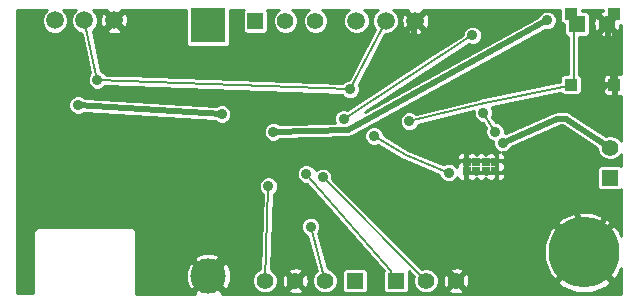
<source format=gbl>
G04 (created by PCBNEW (2013-05-16 BZR 4016)-stable) date 22/07/2013 12:31:48*
%MOIN*%
G04 Gerber Fmt 3.4, Leading zero omitted, Abs format*
%FSLAX34Y34*%
G01*
G70*
G90*
G04 APERTURE LIST*
%ADD10C,0.00590551*%
%ADD11R,0.1181X0.1181*%
%ADD12C,0.1181*%
%ADD13R,0.0551X0.0551*%
%ADD14C,0.0551*%
%ADD15R,0.055X0.055*%
%ADD16C,0.055*%
%ADD17C,0.2362*%
%ADD18R,0.0314961X0.0314961*%
%ADD19R,0.0433X0.0394*%
%ADD20C,0.0591*%
%ADD21C,0.0354331*%
%ADD22C,0.019685*%
%ADD23C,0.00787402*%
%ADD24C,0.00984252*%
G04 APERTURE END LIST*
G54D10*
G54D11*
X51954Y-49746D03*
G54D12*
X51964Y-58110D03*
G54D13*
X56854Y-58267D03*
G54D14*
X55854Y-58267D03*
X54854Y-58267D03*
X53854Y-58267D03*
G54D15*
X58212Y-58267D03*
G54D16*
X59212Y-58267D03*
X60212Y-58267D03*
G54D15*
X53527Y-49606D03*
G54D16*
X54527Y-49606D03*
X55527Y-49606D03*
G54D15*
X64244Y-49711D03*
G54D16*
X65244Y-49711D03*
G54D15*
X65354Y-54830D03*
G54D16*
X65354Y-53830D03*
G54D17*
X64488Y-57322D03*
G54D18*
X61524Y-54617D03*
X61209Y-54617D03*
X60894Y-54617D03*
X60579Y-54617D03*
X61524Y-54302D03*
X61209Y-54302D03*
X60894Y-54302D03*
X60579Y-54302D03*
G54D19*
X64035Y-51732D03*
X65491Y-51732D03*
X65491Y-49370D03*
X64035Y-49370D03*
G54D20*
X47829Y-49589D03*
X57874Y-49606D03*
X48813Y-49589D03*
X58858Y-49606D03*
X56889Y-49606D03*
X46845Y-49589D03*
G54D21*
X54129Y-53303D03*
X63251Y-49586D03*
X47618Y-52409D03*
X52401Y-52712D03*
X58659Y-52953D03*
X56681Y-51889D03*
X48259Y-51574D03*
X55228Y-54704D03*
X55366Y-56460D03*
X53964Y-55114D03*
X55767Y-54822D03*
X58795Y-56295D03*
X57452Y-55236D03*
X45937Y-55671D03*
X46661Y-55000D03*
X52850Y-50748D03*
X54535Y-50704D03*
X58759Y-50437D03*
X59748Y-53771D03*
X58661Y-53771D03*
X53078Y-56590D03*
X64740Y-52263D03*
X63740Y-53224D03*
X45866Y-49606D03*
X45866Y-50984D03*
X45866Y-52559D03*
X45866Y-54133D03*
X49409Y-54133D03*
X49212Y-50984D03*
X50000Y-49409D03*
X50787Y-50393D03*
X50590Y-52165D03*
X50984Y-53937D03*
X50787Y-55314D03*
X50984Y-57086D03*
X54724Y-56102D03*
X54330Y-57480D03*
X53149Y-57480D03*
X56299Y-56889D03*
X56692Y-54724D03*
X55708Y-53937D03*
X56889Y-53740D03*
X51968Y-50984D03*
X57480Y-51574D03*
X60039Y-49409D03*
X63188Y-50787D03*
X64763Y-50787D03*
X65354Y-52559D03*
X62992Y-55905D03*
X65354Y-55905D03*
X60236Y-55511D03*
X60039Y-57086D03*
X59055Y-57480D03*
X55708Y-51377D03*
X61511Y-53295D03*
X61125Y-52673D03*
X57480Y-53440D03*
X59972Y-54665D03*
X61767Y-53661D03*
X60763Y-50086D03*
X56468Y-52874D03*
G54D22*
X56615Y-53228D02*
X63251Y-49586D01*
X54129Y-53303D02*
X56615Y-53228D01*
X47618Y-52409D02*
X52401Y-52712D01*
G54D23*
X64133Y-49946D02*
X64244Y-49711D01*
X64133Y-49986D02*
X64133Y-49946D01*
X64133Y-51535D02*
X64133Y-49986D01*
X64133Y-51574D02*
X64133Y-51535D01*
X64035Y-51732D02*
X64133Y-51574D01*
X63858Y-51810D02*
X64035Y-51732D01*
X63819Y-51810D02*
X63858Y-51810D01*
X63770Y-51810D02*
X63819Y-51810D01*
X61003Y-52377D02*
X63770Y-51810D01*
X58659Y-52953D02*
X61003Y-52377D01*
X48259Y-51574D02*
X47829Y-49589D01*
X48259Y-51574D02*
X56681Y-51889D01*
X56681Y-51889D02*
X57874Y-49606D01*
X58055Y-58032D02*
X58212Y-58267D01*
X58055Y-57992D02*
X58055Y-58032D01*
X58055Y-57943D02*
X58055Y-57992D01*
X55228Y-54704D02*
X58055Y-57943D01*
X55366Y-56460D02*
X55854Y-58267D01*
X53964Y-55114D02*
X53854Y-58267D01*
X55767Y-54822D02*
X59212Y-58267D01*
G54D22*
X65452Y-51633D02*
X65491Y-51732D01*
X65452Y-51535D02*
X65452Y-51633D01*
X65452Y-51461D02*
X65452Y-51535D01*
X65364Y-50723D02*
X65452Y-51461D01*
X64763Y-50787D02*
X65364Y-50723D01*
X64740Y-52263D02*
X65354Y-52559D01*
X65354Y-55905D02*
X64488Y-57322D01*
X62992Y-55905D02*
X64488Y-57322D01*
X60212Y-58267D02*
X58795Y-56295D01*
X65244Y-49711D02*
X65364Y-50723D01*
X64488Y-57322D02*
X63740Y-53224D01*
X65098Y-51855D02*
X64740Y-52263D01*
X65201Y-51752D02*
X65098Y-51855D01*
X65275Y-51752D02*
X65201Y-51752D01*
X65373Y-51752D02*
X65275Y-51752D01*
X65491Y-51732D02*
X65373Y-51752D01*
X65452Y-49567D02*
X65244Y-49711D01*
X65452Y-49468D02*
X65452Y-49567D01*
X65491Y-49370D02*
X65452Y-49468D01*
X53078Y-56590D02*
X51964Y-58110D01*
X59748Y-53771D02*
X58661Y-53771D01*
X58759Y-50437D02*
X58858Y-49606D01*
X52850Y-50748D02*
X54535Y-50704D01*
X45937Y-55671D02*
X46661Y-55000D01*
X58795Y-56295D02*
X57452Y-55236D01*
G54D23*
X61511Y-53295D02*
X61125Y-52673D01*
X58539Y-54067D02*
X59972Y-54665D01*
X57480Y-53440D02*
X58539Y-54067D01*
G54D22*
X63887Y-52869D02*
X65354Y-53830D01*
X63593Y-52869D02*
X63887Y-52869D01*
X61767Y-53661D02*
X63593Y-52869D01*
G54D23*
X56468Y-52874D02*
X60763Y-50086D01*
G54D10*
G36*
X57619Y-49232D02*
X57497Y-49354D01*
X57429Y-49517D01*
X57429Y-49694D01*
X57496Y-49857D01*
X57518Y-49880D01*
X56638Y-51563D01*
X56616Y-51563D01*
X56496Y-51612D01*
X56423Y-51685D01*
X49281Y-51423D01*
X49281Y-49649D01*
X49269Y-49465D01*
X49223Y-49354D01*
X49151Y-49323D01*
X48885Y-49589D01*
X49151Y-49855D01*
X49223Y-49823D01*
X49281Y-49649D01*
X49281Y-51423D01*
X49079Y-51416D01*
X49079Y-49927D01*
X48813Y-49661D01*
X48741Y-49732D01*
X48741Y-49589D01*
X48475Y-49323D01*
X48404Y-49354D01*
X48345Y-49529D01*
X48358Y-49712D01*
X48404Y-49823D01*
X48475Y-49855D01*
X48741Y-49589D01*
X48741Y-49732D01*
X48547Y-49927D01*
X48579Y-49998D01*
X48753Y-50057D01*
X48937Y-50044D01*
X49048Y-49998D01*
X49079Y-49927D01*
X49079Y-51416D01*
X48539Y-51396D01*
X48536Y-51390D01*
X48444Y-51298D01*
X48386Y-51274D01*
X48099Y-49947D01*
X48206Y-49841D01*
X48274Y-49678D01*
X48274Y-49501D01*
X48206Y-49337D01*
X48101Y-49232D01*
X48556Y-49232D01*
X48547Y-49251D01*
X48813Y-49517D01*
X49079Y-49251D01*
X49071Y-49232D01*
X51214Y-49232D01*
X51214Y-50366D01*
X51237Y-50421D01*
X51279Y-50463D01*
X51333Y-50486D01*
X51393Y-50486D01*
X52574Y-50486D01*
X52629Y-50463D01*
X52671Y-50421D01*
X52693Y-50367D01*
X52693Y-50307D01*
X52693Y-49232D01*
X53140Y-49232D01*
X53126Y-49246D01*
X53103Y-49301D01*
X53103Y-49360D01*
X53103Y-49910D01*
X53125Y-49965D01*
X53167Y-50007D01*
X53222Y-50030D01*
X53282Y-50030D01*
X53832Y-50030D01*
X53886Y-50007D01*
X53928Y-49965D01*
X53951Y-49911D01*
X53951Y-49851D01*
X53951Y-49301D01*
X53929Y-49246D01*
X53914Y-49232D01*
X54321Y-49232D01*
X54287Y-49246D01*
X54168Y-49365D01*
X54103Y-49521D01*
X54103Y-49690D01*
X54167Y-49846D01*
X54286Y-49965D01*
X54442Y-50030D01*
X54611Y-50030D01*
X54767Y-49966D01*
X54886Y-49846D01*
X54951Y-49691D01*
X54951Y-49522D01*
X54887Y-49366D01*
X54768Y-49246D01*
X54733Y-49232D01*
X55321Y-49232D01*
X55287Y-49246D01*
X55168Y-49365D01*
X55103Y-49521D01*
X55103Y-49690D01*
X55167Y-49846D01*
X55286Y-49965D01*
X55442Y-50030D01*
X55611Y-50030D01*
X55767Y-49966D01*
X55886Y-49846D01*
X55951Y-49691D01*
X55951Y-49522D01*
X55887Y-49366D01*
X55768Y-49246D01*
X55733Y-49232D01*
X56634Y-49232D01*
X56512Y-49354D01*
X56445Y-49517D01*
X56444Y-49694D01*
X56512Y-49857D01*
X56637Y-49983D01*
X56800Y-50050D01*
X56977Y-50051D01*
X57141Y-49983D01*
X57266Y-49858D01*
X57334Y-49695D01*
X57334Y-49518D01*
X57266Y-49354D01*
X57144Y-49232D01*
X57619Y-49232D01*
X57619Y-49232D01*
G37*
G54D24*
X57619Y-49232D02*
X57497Y-49354D01*
X57429Y-49517D01*
X57429Y-49694D01*
X57496Y-49857D01*
X57518Y-49880D01*
X56638Y-51563D01*
X56616Y-51563D01*
X56496Y-51612D01*
X56423Y-51685D01*
X49281Y-51423D01*
X49281Y-49649D01*
X49269Y-49465D01*
X49223Y-49354D01*
X49151Y-49323D01*
X48885Y-49589D01*
X49151Y-49855D01*
X49223Y-49823D01*
X49281Y-49649D01*
X49281Y-51423D01*
X49079Y-51416D01*
X49079Y-49927D01*
X48813Y-49661D01*
X48741Y-49732D01*
X48741Y-49589D01*
X48475Y-49323D01*
X48404Y-49354D01*
X48345Y-49529D01*
X48358Y-49712D01*
X48404Y-49823D01*
X48475Y-49855D01*
X48741Y-49589D01*
X48741Y-49732D01*
X48547Y-49927D01*
X48579Y-49998D01*
X48753Y-50057D01*
X48937Y-50044D01*
X49048Y-49998D01*
X49079Y-49927D01*
X49079Y-51416D01*
X48539Y-51396D01*
X48536Y-51390D01*
X48444Y-51298D01*
X48386Y-51274D01*
X48099Y-49947D01*
X48206Y-49841D01*
X48274Y-49678D01*
X48274Y-49501D01*
X48206Y-49337D01*
X48101Y-49232D01*
X48556Y-49232D01*
X48547Y-49251D01*
X48813Y-49517D01*
X49079Y-49251D01*
X49071Y-49232D01*
X51214Y-49232D01*
X51214Y-50366D01*
X51237Y-50421D01*
X51279Y-50463D01*
X51333Y-50486D01*
X51393Y-50486D01*
X52574Y-50486D01*
X52629Y-50463D01*
X52671Y-50421D01*
X52693Y-50367D01*
X52693Y-50307D01*
X52693Y-49232D01*
X53140Y-49232D01*
X53126Y-49246D01*
X53103Y-49301D01*
X53103Y-49360D01*
X53103Y-49910D01*
X53125Y-49965D01*
X53167Y-50007D01*
X53222Y-50030D01*
X53282Y-50030D01*
X53832Y-50030D01*
X53886Y-50007D01*
X53928Y-49965D01*
X53951Y-49911D01*
X53951Y-49851D01*
X53951Y-49301D01*
X53929Y-49246D01*
X53914Y-49232D01*
X54321Y-49232D01*
X54287Y-49246D01*
X54168Y-49365D01*
X54103Y-49521D01*
X54103Y-49690D01*
X54167Y-49846D01*
X54286Y-49965D01*
X54442Y-50030D01*
X54611Y-50030D01*
X54767Y-49966D01*
X54886Y-49846D01*
X54951Y-49691D01*
X54951Y-49522D01*
X54887Y-49366D01*
X54768Y-49246D01*
X54733Y-49232D01*
X55321Y-49232D01*
X55287Y-49246D01*
X55168Y-49365D01*
X55103Y-49521D01*
X55103Y-49690D01*
X55167Y-49846D01*
X55286Y-49965D01*
X55442Y-50030D01*
X55611Y-50030D01*
X55767Y-49966D01*
X55886Y-49846D01*
X55951Y-49691D01*
X55951Y-49522D01*
X55887Y-49366D01*
X55768Y-49246D01*
X55733Y-49232D01*
X56634Y-49232D01*
X56512Y-49354D01*
X56445Y-49517D01*
X56444Y-49694D01*
X56512Y-49857D01*
X56637Y-49983D01*
X56800Y-50050D01*
X56977Y-50051D01*
X57141Y-49983D01*
X57266Y-49858D01*
X57334Y-49695D01*
X57334Y-49518D01*
X57266Y-49354D01*
X57144Y-49232D01*
X57619Y-49232D01*
G54D10*
G36*
X65550Y-49420D02*
X65542Y-49420D01*
X65542Y-49428D01*
X65454Y-49428D01*
X65495Y-49388D01*
X65466Y-49318D01*
X65444Y-49311D01*
X65542Y-49311D01*
X65542Y-49319D01*
X65550Y-49319D01*
X65550Y-49420D01*
X65550Y-49420D01*
G37*
G54D24*
X65550Y-49420D02*
X65542Y-49420D01*
X65542Y-49428D01*
X65454Y-49428D01*
X65495Y-49388D01*
X65466Y-49318D01*
X65444Y-49311D01*
X65542Y-49311D01*
X65542Y-49319D01*
X65550Y-49319D01*
X65550Y-49420D01*
G54D10*
G36*
X65728Y-53625D02*
X65714Y-53590D01*
X65594Y-53471D01*
X65495Y-53430D01*
X65495Y-50034D01*
X65244Y-49783D01*
X65172Y-49854D01*
X65172Y-49711D01*
X64921Y-49460D01*
X64851Y-49488D01*
X64796Y-49655D01*
X64809Y-49831D01*
X64851Y-49933D01*
X64921Y-49962D01*
X65172Y-49711D01*
X65172Y-49854D01*
X64993Y-50034D01*
X65022Y-50103D01*
X65189Y-50158D01*
X65364Y-50145D01*
X65466Y-50103D01*
X65495Y-50034D01*
X65495Y-53430D01*
X65440Y-53407D01*
X65440Y-52054D01*
X65440Y-51782D01*
X65440Y-51681D01*
X65440Y-51409D01*
X65399Y-51367D01*
X65308Y-51367D01*
X65241Y-51367D01*
X65180Y-51393D01*
X65133Y-51440D01*
X65107Y-51502D01*
X65107Y-51639D01*
X65149Y-51681D01*
X65440Y-51681D01*
X65440Y-51782D01*
X65149Y-51782D01*
X65107Y-51824D01*
X65107Y-51962D01*
X65133Y-52023D01*
X65180Y-52070D01*
X65241Y-52096D01*
X65308Y-52096D01*
X65399Y-52096D01*
X65440Y-52054D01*
X65440Y-53407D01*
X65439Y-53406D01*
X65270Y-53406D01*
X65202Y-53434D01*
X64022Y-52662D01*
X64001Y-52653D01*
X63981Y-52641D01*
X63956Y-52636D01*
X63932Y-52626D01*
X63909Y-52626D01*
X63887Y-52622D01*
X63593Y-52622D01*
X63498Y-52641D01*
X63492Y-52645D01*
X61866Y-53348D01*
X61838Y-53337D01*
X61838Y-53230D01*
X61788Y-53110D01*
X61696Y-53018D01*
X61577Y-52968D01*
X61531Y-52968D01*
X61426Y-52800D01*
X61452Y-52738D01*
X61452Y-52608D01*
X61402Y-52488D01*
X61402Y-52488D01*
X63696Y-52017D01*
X63734Y-52055D01*
X63789Y-52078D01*
X63848Y-52078D01*
X64281Y-52078D01*
X64336Y-52055D01*
X64378Y-52013D01*
X64401Y-51958D01*
X64401Y-51899D01*
X64401Y-51505D01*
X64378Y-51450D01*
X64336Y-51408D01*
X64322Y-51402D01*
X64322Y-50135D01*
X64548Y-50135D01*
X64603Y-50112D01*
X64645Y-50070D01*
X64668Y-50015D01*
X64668Y-49956D01*
X64668Y-49406D01*
X64645Y-49351D01*
X64604Y-49309D01*
X64549Y-49286D01*
X64489Y-49286D01*
X64401Y-49286D01*
X64401Y-49232D01*
X65107Y-49232D01*
X65107Y-49277D01*
X65111Y-49281D01*
X65022Y-49318D01*
X64993Y-49388D01*
X65107Y-49502D01*
X65107Y-49600D01*
X65133Y-49661D01*
X65180Y-49708D01*
X65241Y-49734D01*
X65308Y-49734D01*
X65339Y-49734D01*
X65567Y-49962D01*
X65636Y-49933D01*
X65691Y-49766D01*
X65689Y-49734D01*
X65728Y-49734D01*
X65728Y-51367D01*
X65675Y-51367D01*
X65584Y-51367D01*
X65542Y-51409D01*
X65542Y-51681D01*
X65550Y-51681D01*
X65550Y-51782D01*
X65542Y-51782D01*
X65542Y-52054D01*
X65584Y-52096D01*
X65675Y-52096D01*
X65728Y-52096D01*
X65728Y-53625D01*
X65728Y-53625D01*
G37*
G54D24*
X65728Y-53625D02*
X65714Y-53590D01*
X65594Y-53471D01*
X65495Y-53430D01*
X65495Y-50034D01*
X65244Y-49783D01*
X65172Y-49854D01*
X65172Y-49711D01*
X64921Y-49460D01*
X64851Y-49488D01*
X64796Y-49655D01*
X64809Y-49831D01*
X64851Y-49933D01*
X64921Y-49962D01*
X65172Y-49711D01*
X65172Y-49854D01*
X64993Y-50034D01*
X65022Y-50103D01*
X65189Y-50158D01*
X65364Y-50145D01*
X65466Y-50103D01*
X65495Y-50034D01*
X65495Y-53430D01*
X65440Y-53407D01*
X65440Y-52054D01*
X65440Y-51782D01*
X65440Y-51681D01*
X65440Y-51409D01*
X65399Y-51367D01*
X65308Y-51367D01*
X65241Y-51367D01*
X65180Y-51393D01*
X65133Y-51440D01*
X65107Y-51502D01*
X65107Y-51639D01*
X65149Y-51681D01*
X65440Y-51681D01*
X65440Y-51782D01*
X65149Y-51782D01*
X65107Y-51824D01*
X65107Y-51962D01*
X65133Y-52023D01*
X65180Y-52070D01*
X65241Y-52096D01*
X65308Y-52096D01*
X65399Y-52096D01*
X65440Y-52054D01*
X65440Y-53407D01*
X65439Y-53406D01*
X65270Y-53406D01*
X65202Y-53434D01*
X64022Y-52662D01*
X64001Y-52653D01*
X63981Y-52641D01*
X63956Y-52636D01*
X63932Y-52626D01*
X63909Y-52626D01*
X63887Y-52622D01*
X63593Y-52622D01*
X63498Y-52641D01*
X63492Y-52645D01*
X61866Y-53348D01*
X61838Y-53337D01*
X61838Y-53230D01*
X61788Y-53110D01*
X61696Y-53018D01*
X61577Y-52968D01*
X61531Y-52968D01*
X61426Y-52800D01*
X61452Y-52738D01*
X61452Y-52608D01*
X61402Y-52488D01*
X61402Y-52488D01*
X63696Y-52017D01*
X63734Y-52055D01*
X63789Y-52078D01*
X63848Y-52078D01*
X64281Y-52078D01*
X64336Y-52055D01*
X64378Y-52013D01*
X64401Y-51958D01*
X64401Y-51899D01*
X64401Y-51505D01*
X64378Y-51450D01*
X64336Y-51408D01*
X64322Y-51402D01*
X64322Y-50135D01*
X64548Y-50135D01*
X64603Y-50112D01*
X64645Y-50070D01*
X64668Y-50015D01*
X64668Y-49956D01*
X64668Y-49406D01*
X64645Y-49351D01*
X64604Y-49309D01*
X64549Y-49286D01*
X64489Y-49286D01*
X64401Y-49286D01*
X64401Y-49232D01*
X65107Y-49232D01*
X65107Y-49277D01*
X65111Y-49281D01*
X65022Y-49318D01*
X64993Y-49388D01*
X65107Y-49502D01*
X65107Y-49600D01*
X65133Y-49661D01*
X65180Y-49708D01*
X65241Y-49734D01*
X65308Y-49734D01*
X65339Y-49734D01*
X65567Y-49962D01*
X65636Y-49933D01*
X65691Y-49766D01*
X65689Y-49734D01*
X65728Y-49734D01*
X65728Y-51367D01*
X65675Y-51367D01*
X65584Y-51367D01*
X65542Y-51409D01*
X65542Y-51681D01*
X65550Y-51681D01*
X65550Y-51782D01*
X65542Y-51782D01*
X65542Y-52054D01*
X65584Y-52096D01*
X65675Y-52096D01*
X65728Y-52096D01*
X65728Y-53625D01*
G54D10*
G36*
X65728Y-58720D02*
X65394Y-58720D01*
X65394Y-58300D01*
X64488Y-57394D01*
X64416Y-57466D01*
X64416Y-57322D01*
X63510Y-56416D01*
X63346Y-56556D01*
X63140Y-57051D01*
X63139Y-57587D01*
X63343Y-58083D01*
X63346Y-58089D01*
X63510Y-58228D01*
X64416Y-57322D01*
X64416Y-57466D01*
X63582Y-58300D01*
X63721Y-58464D01*
X64216Y-58670D01*
X64753Y-58671D01*
X65249Y-58467D01*
X65254Y-58464D01*
X65394Y-58300D01*
X65394Y-58720D01*
X61848Y-58720D01*
X61848Y-54808D01*
X61848Y-54493D01*
X61848Y-54460D01*
X61848Y-54426D01*
X61848Y-54426D01*
X61848Y-54395D01*
X61826Y-54372D01*
X61823Y-54365D01*
X61776Y-54318D01*
X61714Y-54292D01*
X61648Y-54292D01*
X61616Y-54292D01*
X61574Y-54334D01*
X61574Y-54353D01*
X61574Y-54566D01*
X61574Y-54585D01*
X61616Y-54627D01*
X61648Y-54627D01*
X61714Y-54627D01*
X61776Y-54601D01*
X61823Y-54554D01*
X61826Y-54547D01*
X61848Y-54524D01*
X61848Y-54493D01*
X61848Y-54493D01*
X61848Y-54808D01*
X61848Y-54710D01*
X61806Y-54668D01*
X61574Y-54668D01*
X61574Y-54900D01*
X61616Y-54942D01*
X61648Y-54942D01*
X61714Y-54942D01*
X61776Y-54916D01*
X61823Y-54869D01*
X61848Y-54808D01*
X61848Y-58720D01*
X61533Y-58720D01*
X61533Y-54808D01*
X61533Y-54493D01*
X61533Y-54460D01*
X61533Y-54426D01*
X61533Y-54111D01*
X61508Y-54050D01*
X61461Y-54003D01*
X61453Y-54000D01*
X61431Y-53977D01*
X61399Y-53977D01*
X61366Y-53977D01*
X61333Y-53977D01*
X61301Y-53977D01*
X61279Y-54000D01*
X61271Y-54003D01*
X61224Y-54050D01*
X61209Y-54088D01*
X61193Y-54050D01*
X61146Y-54003D01*
X61138Y-54000D01*
X61116Y-53977D01*
X61084Y-53977D01*
X61051Y-53977D01*
X61018Y-53977D01*
X60986Y-53977D01*
X60964Y-54000D01*
X60956Y-54003D01*
X60909Y-54050D01*
X60894Y-54088D01*
X60878Y-54050D01*
X60831Y-54003D01*
X60823Y-54000D01*
X60801Y-53977D01*
X60769Y-53977D01*
X60736Y-53977D01*
X60703Y-53977D01*
X60671Y-53977D01*
X60649Y-54000D01*
X60641Y-54003D01*
X60594Y-54050D01*
X60569Y-54111D01*
X60569Y-54209D01*
X60611Y-54251D01*
X60629Y-54251D01*
X60843Y-54251D01*
X60862Y-54251D01*
X60894Y-54219D01*
X60926Y-54251D01*
X60944Y-54251D01*
X61158Y-54251D01*
X61177Y-54251D01*
X61209Y-54219D01*
X61241Y-54251D01*
X61259Y-54251D01*
X61473Y-54251D01*
X61492Y-54251D01*
X61533Y-54209D01*
X61533Y-54111D01*
X61533Y-54426D01*
X61533Y-54426D01*
X61533Y-54395D01*
X61511Y-54372D01*
X61508Y-54365D01*
X61461Y-54318D01*
X61453Y-54315D01*
X61431Y-54292D01*
X61399Y-54292D01*
X61366Y-54292D01*
X61333Y-54292D01*
X61301Y-54292D01*
X61279Y-54315D01*
X61271Y-54318D01*
X61224Y-54365D01*
X61221Y-54372D01*
X61209Y-54385D01*
X61196Y-54372D01*
X61193Y-54365D01*
X61146Y-54318D01*
X61138Y-54315D01*
X61116Y-54292D01*
X61084Y-54292D01*
X61051Y-54292D01*
X61018Y-54292D01*
X60986Y-54292D01*
X60964Y-54315D01*
X60956Y-54318D01*
X60909Y-54365D01*
X60906Y-54372D01*
X60894Y-54385D01*
X60881Y-54372D01*
X60878Y-54365D01*
X60831Y-54318D01*
X60823Y-54315D01*
X60801Y-54292D01*
X60769Y-54292D01*
X60736Y-54292D01*
X60703Y-54292D01*
X60671Y-54292D01*
X60649Y-54315D01*
X60641Y-54318D01*
X60594Y-54365D01*
X60591Y-54372D01*
X60569Y-54395D01*
X60569Y-54426D01*
X60569Y-54426D01*
X60569Y-54460D01*
X60569Y-54493D01*
X60569Y-54493D01*
X60569Y-54524D01*
X60591Y-54547D01*
X60594Y-54554D01*
X60641Y-54601D01*
X60649Y-54605D01*
X60671Y-54627D01*
X60703Y-54627D01*
X60736Y-54627D01*
X60769Y-54627D01*
X60801Y-54627D01*
X60823Y-54605D01*
X60831Y-54601D01*
X60878Y-54554D01*
X60881Y-54547D01*
X60894Y-54534D01*
X60906Y-54547D01*
X60909Y-54554D01*
X60956Y-54601D01*
X60964Y-54605D01*
X60986Y-54627D01*
X61018Y-54627D01*
X61051Y-54627D01*
X61084Y-54627D01*
X61116Y-54627D01*
X61138Y-54605D01*
X61146Y-54601D01*
X61193Y-54554D01*
X61196Y-54547D01*
X61209Y-54534D01*
X61221Y-54547D01*
X61224Y-54554D01*
X61271Y-54601D01*
X61279Y-54605D01*
X61301Y-54627D01*
X61333Y-54627D01*
X61366Y-54627D01*
X61399Y-54627D01*
X61431Y-54627D01*
X61453Y-54605D01*
X61461Y-54601D01*
X61508Y-54554D01*
X61511Y-54547D01*
X61533Y-54524D01*
X61533Y-54493D01*
X61533Y-54493D01*
X61533Y-54808D01*
X61533Y-54710D01*
X61492Y-54668D01*
X61473Y-54668D01*
X61259Y-54668D01*
X61241Y-54668D01*
X61209Y-54700D01*
X61177Y-54668D01*
X61158Y-54668D01*
X60944Y-54668D01*
X60926Y-54668D01*
X60894Y-54700D01*
X60862Y-54668D01*
X60843Y-54668D01*
X60629Y-54668D01*
X60611Y-54668D01*
X60569Y-54710D01*
X60569Y-54808D01*
X60594Y-54869D01*
X60641Y-54916D01*
X60649Y-54919D01*
X60671Y-54942D01*
X60703Y-54942D01*
X60736Y-54942D01*
X60769Y-54942D01*
X60801Y-54942D01*
X60823Y-54919D01*
X60831Y-54916D01*
X60878Y-54869D01*
X60894Y-54832D01*
X60909Y-54869D01*
X60956Y-54916D01*
X60964Y-54919D01*
X60986Y-54942D01*
X61018Y-54942D01*
X61051Y-54942D01*
X61084Y-54942D01*
X61116Y-54942D01*
X61138Y-54919D01*
X61146Y-54916D01*
X61193Y-54869D01*
X61209Y-54832D01*
X61224Y-54869D01*
X61271Y-54916D01*
X61279Y-54919D01*
X61301Y-54942D01*
X61333Y-54942D01*
X61366Y-54942D01*
X61399Y-54942D01*
X61431Y-54942D01*
X61453Y-54919D01*
X61461Y-54916D01*
X61508Y-54869D01*
X61533Y-54808D01*
X61533Y-58720D01*
X60660Y-58720D01*
X60660Y-58322D01*
X60647Y-58147D01*
X60604Y-58045D01*
X60535Y-58016D01*
X60528Y-58023D01*
X60528Y-54900D01*
X60528Y-54668D01*
X60520Y-54668D01*
X60520Y-54593D01*
X60528Y-54585D01*
X60528Y-54566D01*
X60528Y-54353D01*
X60528Y-54334D01*
X60528Y-54251D01*
X60528Y-54019D01*
X60486Y-53977D01*
X60454Y-53977D01*
X60388Y-53977D01*
X60326Y-54003D01*
X60279Y-54050D01*
X60254Y-54111D01*
X60254Y-54209D01*
X60296Y-54251D01*
X60528Y-54251D01*
X60528Y-54334D01*
X60486Y-54292D01*
X60454Y-54292D01*
X60388Y-54292D01*
X60326Y-54318D01*
X60279Y-54365D01*
X60276Y-54372D01*
X60254Y-54395D01*
X60254Y-54426D01*
X60254Y-54426D01*
X60254Y-54460D01*
X60254Y-54492D01*
X60249Y-54480D01*
X60157Y-54388D01*
X60037Y-54339D01*
X59907Y-54338D01*
X59791Y-54386D01*
X58624Y-53898D01*
X57806Y-53414D01*
X57806Y-53376D01*
X57757Y-53256D01*
X57665Y-53164D01*
X57545Y-53114D01*
X57415Y-53114D01*
X57295Y-53164D01*
X57203Y-53255D01*
X57153Y-53375D01*
X57153Y-53505D01*
X57203Y-53625D01*
X57295Y-53717D01*
X57415Y-53767D01*
X57544Y-53767D01*
X57613Y-53738D01*
X58443Y-54229D01*
X58455Y-54233D01*
X58466Y-54241D01*
X59648Y-54735D01*
X59695Y-54849D01*
X59787Y-54941D01*
X59907Y-54991D01*
X60037Y-54991D01*
X60157Y-54942D01*
X60248Y-54850D01*
X60260Y-54822D01*
X60279Y-54869D01*
X60326Y-54916D01*
X60388Y-54942D01*
X60454Y-54942D01*
X60486Y-54942D01*
X60528Y-54900D01*
X60528Y-58023D01*
X60463Y-58088D01*
X60463Y-57944D01*
X60434Y-57875D01*
X60267Y-57820D01*
X60092Y-57833D01*
X59990Y-57875D01*
X59961Y-57944D01*
X60212Y-58195D01*
X60463Y-57944D01*
X60463Y-58088D01*
X60284Y-58267D01*
X60535Y-58518D01*
X60604Y-58490D01*
X60660Y-58322D01*
X60660Y-58720D01*
X60463Y-58720D01*
X60463Y-58590D01*
X60212Y-58339D01*
X60140Y-58411D01*
X60140Y-58267D01*
X59889Y-58016D01*
X59820Y-58045D01*
X59765Y-58212D01*
X59777Y-58387D01*
X59820Y-58490D01*
X59889Y-58518D01*
X60140Y-58267D01*
X60140Y-58411D01*
X59961Y-58590D01*
X59990Y-58660D01*
X60157Y-58715D01*
X60332Y-58702D01*
X60434Y-58660D01*
X60463Y-58590D01*
X60463Y-58720D01*
X59636Y-58720D01*
X59636Y-58183D01*
X59572Y-58027D01*
X59453Y-57908D01*
X59297Y-57843D01*
X59128Y-57843D01*
X59076Y-57864D01*
X56094Y-54882D01*
X56094Y-54758D01*
X56044Y-54638D01*
X55952Y-54546D01*
X55832Y-54496D01*
X55703Y-54496D01*
X55583Y-54545D01*
X55535Y-54593D01*
X55505Y-54520D01*
X55413Y-54428D01*
X55293Y-54378D01*
X55163Y-54378D01*
X55043Y-54427D01*
X54951Y-54519D01*
X54902Y-54639D01*
X54901Y-54769D01*
X54951Y-54889D01*
X55043Y-54981D01*
X55163Y-55031D01*
X55262Y-55031D01*
X57798Y-57938D01*
X57788Y-57962D01*
X57788Y-58022D01*
X57788Y-58572D01*
X57811Y-58627D01*
X57852Y-58669D01*
X57907Y-58691D01*
X57967Y-58691D01*
X58517Y-58691D01*
X58572Y-58669D01*
X58614Y-58627D01*
X58636Y-58572D01*
X58636Y-58513D01*
X58636Y-57963D01*
X58633Y-57955D01*
X58809Y-58131D01*
X58788Y-58182D01*
X58788Y-58351D01*
X58852Y-58507D01*
X58971Y-58627D01*
X59127Y-58691D01*
X59296Y-58692D01*
X59452Y-58627D01*
X59572Y-58508D01*
X59636Y-58352D01*
X59636Y-58183D01*
X59636Y-58720D01*
X57279Y-58720D01*
X57279Y-58513D01*
X57279Y-57962D01*
X57256Y-57907D01*
X57214Y-57865D01*
X57159Y-57843D01*
X57100Y-57842D01*
X56549Y-57842D01*
X56494Y-57865D01*
X56452Y-57907D01*
X56429Y-57962D01*
X56429Y-58021D01*
X56429Y-58572D01*
X56452Y-58627D01*
X56494Y-58669D01*
X56549Y-58692D01*
X56608Y-58692D01*
X57159Y-58692D01*
X57214Y-58669D01*
X57256Y-58627D01*
X57279Y-58573D01*
X57279Y-58513D01*
X57279Y-58720D01*
X56279Y-58720D01*
X56279Y-58183D01*
X56214Y-58027D01*
X56095Y-57907D01*
X55939Y-57843D01*
X55934Y-57843D01*
X55618Y-56670D01*
X55642Y-56645D01*
X55692Y-56525D01*
X55692Y-56395D01*
X55642Y-56275D01*
X55551Y-56184D01*
X55431Y-56134D01*
X55301Y-56134D01*
X55181Y-56183D01*
X55089Y-56275D01*
X55039Y-56395D01*
X55039Y-56525D01*
X55089Y-56645D01*
X55181Y-56737D01*
X55253Y-56767D01*
X55572Y-57949D01*
X55494Y-58026D01*
X55429Y-58182D01*
X55429Y-58351D01*
X55494Y-58507D01*
X55613Y-58627D01*
X55769Y-58692D01*
X55938Y-58692D01*
X56094Y-58627D01*
X56214Y-58508D01*
X56278Y-58352D01*
X56279Y-58183D01*
X56279Y-58720D01*
X55302Y-58720D01*
X55302Y-58323D01*
X55289Y-58147D01*
X55247Y-58045D01*
X55177Y-58016D01*
X55105Y-58088D01*
X55105Y-57944D01*
X55076Y-57874D01*
X54909Y-57819D01*
X54733Y-57832D01*
X54631Y-57874D01*
X54602Y-57944D01*
X54854Y-58195D01*
X55105Y-57944D01*
X55105Y-58088D01*
X54926Y-58267D01*
X55177Y-58519D01*
X55247Y-58490D01*
X55302Y-58323D01*
X55302Y-58720D01*
X55105Y-58720D01*
X55105Y-58591D01*
X54854Y-58339D01*
X54782Y-58411D01*
X54782Y-58267D01*
X54530Y-58016D01*
X54461Y-58045D01*
X54406Y-58212D01*
X54419Y-58388D01*
X54461Y-58490D01*
X54530Y-58519D01*
X54782Y-58267D01*
X54782Y-58411D01*
X54602Y-58591D01*
X54631Y-58660D01*
X54798Y-58715D01*
X54974Y-58702D01*
X55076Y-58660D01*
X55105Y-58591D01*
X55105Y-58720D01*
X54291Y-58720D01*
X54291Y-55049D01*
X54241Y-54929D01*
X54149Y-54837D01*
X54029Y-54787D01*
X53899Y-54787D01*
X53779Y-54837D01*
X53688Y-54929D01*
X53638Y-55048D01*
X53638Y-55178D01*
X53687Y-55298D01*
X53766Y-55377D01*
X53679Y-57880D01*
X53614Y-57907D01*
X53494Y-58026D01*
X53429Y-58182D01*
X53429Y-58351D01*
X53494Y-58507D01*
X53613Y-58627D01*
X53769Y-58692D01*
X53938Y-58692D01*
X54094Y-58627D01*
X54214Y-58508D01*
X54278Y-58352D01*
X54279Y-58183D01*
X54214Y-58027D01*
X54095Y-57907D01*
X54056Y-57891D01*
X54143Y-55393D01*
X54149Y-55391D01*
X54241Y-55299D01*
X54290Y-55179D01*
X54291Y-55049D01*
X54291Y-58720D01*
X52728Y-58720D01*
X52728Y-52647D01*
X52678Y-52527D01*
X52586Y-52436D01*
X52466Y-52386D01*
X52336Y-52386D01*
X52216Y-52435D01*
X52202Y-52449D01*
X47845Y-52175D01*
X47803Y-52132D01*
X47683Y-52083D01*
X47553Y-52083D01*
X47433Y-52132D01*
X47341Y-52224D01*
X47291Y-52344D01*
X47291Y-52474D01*
X47341Y-52594D01*
X47432Y-52685D01*
X47552Y-52735D01*
X47682Y-52735D01*
X47802Y-52686D01*
X47818Y-52670D01*
X52171Y-52944D01*
X52216Y-52989D01*
X52336Y-53038D01*
X52466Y-53039D01*
X52586Y-52989D01*
X52678Y-52897D01*
X52727Y-52777D01*
X52728Y-52647D01*
X52728Y-58720D01*
X52726Y-58720D01*
X52726Y-58240D01*
X52718Y-57939D01*
X52618Y-57698D01*
X52516Y-57630D01*
X52444Y-57702D01*
X52444Y-57558D01*
X52376Y-57456D01*
X52095Y-57348D01*
X51793Y-57356D01*
X51552Y-57456D01*
X51484Y-57558D01*
X51964Y-58038D01*
X52444Y-57558D01*
X52444Y-57702D01*
X52036Y-58110D01*
X52516Y-58589D01*
X52618Y-58522D01*
X52726Y-58240D01*
X52726Y-58720D01*
X52405Y-58720D01*
X52444Y-58661D01*
X51964Y-58182D01*
X51892Y-58253D01*
X51892Y-58110D01*
X51413Y-57630D01*
X51311Y-57698D01*
X51203Y-57979D01*
X51211Y-58281D01*
X51311Y-58522D01*
X51413Y-58589D01*
X51892Y-58110D01*
X51892Y-58253D01*
X51484Y-58661D01*
X51523Y-58720D01*
X49547Y-58720D01*
X49547Y-56653D01*
X49533Y-56585D01*
X49495Y-56528D01*
X49437Y-56489D01*
X49370Y-56476D01*
X46299Y-56476D01*
X46231Y-56489D01*
X46173Y-56528D01*
X46135Y-56585D01*
X46122Y-56653D01*
X46122Y-58681D01*
X45570Y-58681D01*
X45570Y-49232D01*
X46573Y-49232D01*
X46468Y-49337D01*
X46400Y-49500D01*
X46400Y-49677D01*
X46468Y-49840D01*
X46593Y-49966D01*
X46756Y-50033D01*
X46933Y-50034D01*
X47096Y-49966D01*
X47222Y-49841D01*
X47289Y-49678D01*
X47290Y-49501D01*
X47222Y-49337D01*
X47117Y-49232D01*
X47557Y-49232D01*
X47452Y-49337D01*
X47384Y-49500D01*
X47384Y-49677D01*
X47452Y-49840D01*
X47577Y-49966D01*
X47731Y-50030D01*
X48018Y-51354D01*
X47983Y-51389D01*
X47933Y-51509D01*
X47933Y-51639D01*
X47982Y-51759D01*
X48074Y-51851D01*
X48194Y-51901D01*
X48324Y-51901D01*
X48444Y-51851D01*
X48523Y-51773D01*
X56399Y-52061D01*
X56404Y-52074D01*
X56495Y-52166D01*
X56615Y-52216D01*
X56745Y-52216D01*
X56865Y-52166D01*
X56957Y-52074D01*
X57007Y-51954D01*
X57007Y-51825D01*
X56972Y-51739D01*
X57855Y-50050D01*
X57962Y-50051D01*
X58125Y-49983D01*
X58250Y-49858D01*
X58318Y-49695D01*
X58318Y-49518D01*
X58251Y-49354D01*
X58129Y-49232D01*
X58608Y-49232D01*
X58592Y-49268D01*
X58858Y-49534D01*
X59124Y-49268D01*
X59108Y-49232D01*
X63670Y-49232D01*
X63670Y-49596D01*
X63692Y-49651D01*
X63734Y-49693D01*
X63789Y-49716D01*
X63820Y-49716D01*
X63820Y-50015D01*
X63842Y-50070D01*
X63884Y-50112D01*
X63939Y-50135D01*
X63945Y-50135D01*
X63945Y-51385D01*
X63789Y-51385D01*
X63734Y-51408D01*
X63692Y-51450D01*
X63670Y-51505D01*
X63670Y-51564D01*
X63670Y-51637D01*
X63578Y-51656D01*
X63578Y-49521D01*
X63528Y-49401D01*
X63437Y-49310D01*
X63317Y-49260D01*
X63187Y-49260D01*
X63067Y-49309D01*
X62975Y-49401D01*
X62949Y-49463D01*
X57192Y-52628D01*
X60641Y-50389D01*
X60698Y-50412D01*
X60828Y-50413D01*
X60948Y-50363D01*
X61040Y-50271D01*
X61090Y-50151D01*
X61090Y-50021D01*
X61040Y-49901D01*
X60948Y-49810D01*
X60828Y-49760D01*
X60699Y-49760D01*
X60579Y-49809D01*
X60487Y-49901D01*
X60437Y-50021D01*
X60437Y-50071D01*
X59326Y-50793D01*
X59326Y-49666D01*
X59313Y-49482D01*
X59267Y-49371D01*
X59196Y-49340D01*
X58930Y-49606D01*
X59196Y-49872D01*
X59267Y-49840D01*
X59326Y-49666D01*
X59326Y-50793D01*
X59124Y-50924D01*
X59124Y-49944D01*
X58858Y-49678D01*
X58786Y-49749D01*
X58786Y-49606D01*
X58520Y-49340D01*
X58448Y-49371D01*
X58390Y-49546D01*
X58402Y-49729D01*
X58448Y-49840D01*
X58520Y-49872D01*
X58786Y-49606D01*
X58786Y-49749D01*
X58592Y-49944D01*
X58623Y-50015D01*
X58798Y-50074D01*
X58981Y-50061D01*
X59092Y-50015D01*
X59124Y-49944D01*
X59124Y-50924D01*
X56589Y-52570D01*
X56533Y-52547D01*
X56403Y-52547D01*
X56283Y-52597D01*
X56191Y-52688D01*
X56142Y-52808D01*
X56142Y-52938D01*
X56165Y-52994D01*
X54337Y-53049D01*
X54315Y-53026D01*
X54195Y-52976D01*
X54065Y-52976D01*
X53945Y-53026D01*
X53853Y-53118D01*
X53803Y-53237D01*
X53803Y-53367D01*
X53853Y-53487D01*
X53944Y-53579D01*
X54064Y-53629D01*
X54194Y-53629D01*
X54314Y-53580D01*
X54350Y-53544D01*
X56622Y-53476D01*
X56635Y-53474D01*
X56642Y-53474D01*
X56669Y-53466D01*
X56716Y-53455D01*
X56727Y-53447D01*
X56734Y-53445D01*
X63171Y-49906D01*
X63186Y-49912D01*
X63316Y-49913D01*
X63436Y-49863D01*
X63528Y-49771D01*
X63578Y-49651D01*
X63578Y-49521D01*
X63578Y-51656D01*
X60965Y-52193D01*
X60962Y-52194D01*
X60958Y-52194D01*
X58874Y-52706D01*
X58845Y-52676D01*
X58725Y-52626D01*
X58595Y-52626D01*
X58475Y-52676D01*
X58383Y-52768D01*
X58333Y-52888D01*
X58333Y-53017D01*
X58383Y-53137D01*
X58474Y-53229D01*
X58594Y-53279D01*
X58724Y-53279D01*
X58844Y-53230D01*
X58936Y-53138D01*
X58963Y-53072D01*
X60799Y-52621D01*
X60799Y-52737D01*
X60849Y-52857D01*
X60940Y-52949D01*
X61060Y-52999D01*
X61106Y-52999D01*
X61211Y-53168D01*
X61185Y-53230D01*
X61185Y-53359D01*
X61234Y-53479D01*
X61326Y-53571D01*
X61441Y-53619D01*
X61441Y-53726D01*
X61490Y-53846D01*
X61582Y-53937D01*
X61678Y-53977D01*
X61648Y-53977D01*
X61616Y-53977D01*
X61574Y-54019D01*
X61574Y-54251D01*
X61806Y-54251D01*
X61848Y-54209D01*
X61848Y-54111D01*
X61823Y-54050D01*
X61776Y-54003D01*
X61738Y-53987D01*
X61832Y-53987D01*
X61952Y-53938D01*
X62044Y-53846D01*
X62061Y-53803D01*
X63648Y-53117D01*
X63813Y-53117D01*
X64930Y-53848D01*
X64930Y-53914D01*
X64994Y-54070D01*
X65113Y-54190D01*
X65269Y-54254D01*
X65438Y-54254D01*
X65594Y-54190D01*
X65713Y-54071D01*
X65728Y-54036D01*
X65728Y-54443D01*
X65713Y-54429D01*
X65659Y-54406D01*
X65599Y-54406D01*
X65049Y-54406D01*
X64994Y-54429D01*
X64952Y-54471D01*
X64930Y-54525D01*
X64930Y-54585D01*
X64930Y-55135D01*
X64952Y-55190D01*
X64994Y-55232D01*
X65049Y-55254D01*
X65108Y-55254D01*
X65658Y-55254D01*
X65713Y-55232D01*
X65728Y-55217D01*
X65728Y-56793D01*
X65633Y-56561D01*
X65629Y-56556D01*
X65465Y-56416D01*
X65394Y-56488D01*
X65394Y-56345D01*
X65254Y-56181D01*
X64759Y-55975D01*
X64223Y-55973D01*
X63727Y-56178D01*
X63721Y-56181D01*
X63582Y-56345D01*
X64488Y-57251D01*
X65394Y-56345D01*
X65394Y-56488D01*
X64560Y-57322D01*
X65465Y-58228D01*
X65629Y-58089D01*
X65728Y-57852D01*
X65728Y-58720D01*
X65728Y-58720D01*
G37*
G54D24*
X65728Y-58720D02*
X65394Y-58720D01*
X65394Y-58300D01*
X64488Y-57394D01*
X64416Y-57466D01*
X64416Y-57322D01*
X63510Y-56416D01*
X63346Y-56556D01*
X63140Y-57051D01*
X63139Y-57587D01*
X63343Y-58083D01*
X63346Y-58089D01*
X63510Y-58228D01*
X64416Y-57322D01*
X64416Y-57466D01*
X63582Y-58300D01*
X63721Y-58464D01*
X64216Y-58670D01*
X64753Y-58671D01*
X65249Y-58467D01*
X65254Y-58464D01*
X65394Y-58300D01*
X65394Y-58720D01*
X61848Y-58720D01*
X61848Y-54808D01*
X61848Y-54493D01*
X61848Y-54460D01*
X61848Y-54426D01*
X61848Y-54426D01*
X61848Y-54395D01*
X61826Y-54372D01*
X61823Y-54365D01*
X61776Y-54318D01*
X61714Y-54292D01*
X61648Y-54292D01*
X61616Y-54292D01*
X61574Y-54334D01*
X61574Y-54353D01*
X61574Y-54566D01*
X61574Y-54585D01*
X61616Y-54627D01*
X61648Y-54627D01*
X61714Y-54627D01*
X61776Y-54601D01*
X61823Y-54554D01*
X61826Y-54547D01*
X61848Y-54524D01*
X61848Y-54493D01*
X61848Y-54493D01*
X61848Y-54808D01*
X61848Y-54710D01*
X61806Y-54668D01*
X61574Y-54668D01*
X61574Y-54900D01*
X61616Y-54942D01*
X61648Y-54942D01*
X61714Y-54942D01*
X61776Y-54916D01*
X61823Y-54869D01*
X61848Y-54808D01*
X61848Y-58720D01*
X61533Y-58720D01*
X61533Y-54808D01*
X61533Y-54493D01*
X61533Y-54460D01*
X61533Y-54426D01*
X61533Y-54111D01*
X61508Y-54050D01*
X61461Y-54003D01*
X61453Y-54000D01*
X61431Y-53977D01*
X61399Y-53977D01*
X61366Y-53977D01*
X61333Y-53977D01*
X61301Y-53977D01*
X61279Y-54000D01*
X61271Y-54003D01*
X61224Y-54050D01*
X61209Y-54088D01*
X61193Y-54050D01*
X61146Y-54003D01*
X61138Y-54000D01*
X61116Y-53977D01*
X61084Y-53977D01*
X61051Y-53977D01*
X61018Y-53977D01*
X60986Y-53977D01*
X60964Y-54000D01*
X60956Y-54003D01*
X60909Y-54050D01*
X60894Y-54088D01*
X60878Y-54050D01*
X60831Y-54003D01*
X60823Y-54000D01*
X60801Y-53977D01*
X60769Y-53977D01*
X60736Y-53977D01*
X60703Y-53977D01*
X60671Y-53977D01*
X60649Y-54000D01*
X60641Y-54003D01*
X60594Y-54050D01*
X60569Y-54111D01*
X60569Y-54209D01*
X60611Y-54251D01*
X60629Y-54251D01*
X60843Y-54251D01*
X60862Y-54251D01*
X60894Y-54219D01*
X60926Y-54251D01*
X60944Y-54251D01*
X61158Y-54251D01*
X61177Y-54251D01*
X61209Y-54219D01*
X61241Y-54251D01*
X61259Y-54251D01*
X61473Y-54251D01*
X61492Y-54251D01*
X61533Y-54209D01*
X61533Y-54111D01*
X61533Y-54426D01*
X61533Y-54426D01*
X61533Y-54395D01*
X61511Y-54372D01*
X61508Y-54365D01*
X61461Y-54318D01*
X61453Y-54315D01*
X61431Y-54292D01*
X61399Y-54292D01*
X61366Y-54292D01*
X61333Y-54292D01*
X61301Y-54292D01*
X61279Y-54315D01*
X61271Y-54318D01*
X61224Y-54365D01*
X61221Y-54372D01*
X61209Y-54385D01*
X61196Y-54372D01*
X61193Y-54365D01*
X61146Y-54318D01*
X61138Y-54315D01*
X61116Y-54292D01*
X61084Y-54292D01*
X61051Y-54292D01*
X61018Y-54292D01*
X60986Y-54292D01*
X60964Y-54315D01*
X60956Y-54318D01*
X60909Y-54365D01*
X60906Y-54372D01*
X60894Y-54385D01*
X60881Y-54372D01*
X60878Y-54365D01*
X60831Y-54318D01*
X60823Y-54315D01*
X60801Y-54292D01*
X60769Y-54292D01*
X60736Y-54292D01*
X60703Y-54292D01*
X60671Y-54292D01*
X60649Y-54315D01*
X60641Y-54318D01*
X60594Y-54365D01*
X60591Y-54372D01*
X60569Y-54395D01*
X60569Y-54426D01*
X60569Y-54426D01*
X60569Y-54460D01*
X60569Y-54493D01*
X60569Y-54493D01*
X60569Y-54524D01*
X60591Y-54547D01*
X60594Y-54554D01*
X60641Y-54601D01*
X60649Y-54605D01*
X60671Y-54627D01*
X60703Y-54627D01*
X60736Y-54627D01*
X60769Y-54627D01*
X60801Y-54627D01*
X60823Y-54605D01*
X60831Y-54601D01*
X60878Y-54554D01*
X60881Y-54547D01*
X60894Y-54534D01*
X60906Y-54547D01*
X60909Y-54554D01*
X60956Y-54601D01*
X60964Y-54605D01*
X60986Y-54627D01*
X61018Y-54627D01*
X61051Y-54627D01*
X61084Y-54627D01*
X61116Y-54627D01*
X61138Y-54605D01*
X61146Y-54601D01*
X61193Y-54554D01*
X61196Y-54547D01*
X61209Y-54534D01*
X61221Y-54547D01*
X61224Y-54554D01*
X61271Y-54601D01*
X61279Y-54605D01*
X61301Y-54627D01*
X61333Y-54627D01*
X61366Y-54627D01*
X61399Y-54627D01*
X61431Y-54627D01*
X61453Y-54605D01*
X61461Y-54601D01*
X61508Y-54554D01*
X61511Y-54547D01*
X61533Y-54524D01*
X61533Y-54493D01*
X61533Y-54493D01*
X61533Y-54808D01*
X61533Y-54710D01*
X61492Y-54668D01*
X61473Y-54668D01*
X61259Y-54668D01*
X61241Y-54668D01*
X61209Y-54700D01*
X61177Y-54668D01*
X61158Y-54668D01*
X60944Y-54668D01*
X60926Y-54668D01*
X60894Y-54700D01*
X60862Y-54668D01*
X60843Y-54668D01*
X60629Y-54668D01*
X60611Y-54668D01*
X60569Y-54710D01*
X60569Y-54808D01*
X60594Y-54869D01*
X60641Y-54916D01*
X60649Y-54919D01*
X60671Y-54942D01*
X60703Y-54942D01*
X60736Y-54942D01*
X60769Y-54942D01*
X60801Y-54942D01*
X60823Y-54919D01*
X60831Y-54916D01*
X60878Y-54869D01*
X60894Y-54832D01*
X60909Y-54869D01*
X60956Y-54916D01*
X60964Y-54919D01*
X60986Y-54942D01*
X61018Y-54942D01*
X61051Y-54942D01*
X61084Y-54942D01*
X61116Y-54942D01*
X61138Y-54919D01*
X61146Y-54916D01*
X61193Y-54869D01*
X61209Y-54832D01*
X61224Y-54869D01*
X61271Y-54916D01*
X61279Y-54919D01*
X61301Y-54942D01*
X61333Y-54942D01*
X61366Y-54942D01*
X61399Y-54942D01*
X61431Y-54942D01*
X61453Y-54919D01*
X61461Y-54916D01*
X61508Y-54869D01*
X61533Y-54808D01*
X61533Y-58720D01*
X60660Y-58720D01*
X60660Y-58322D01*
X60647Y-58147D01*
X60604Y-58045D01*
X60535Y-58016D01*
X60528Y-58023D01*
X60528Y-54900D01*
X60528Y-54668D01*
X60520Y-54668D01*
X60520Y-54593D01*
X60528Y-54585D01*
X60528Y-54566D01*
X60528Y-54353D01*
X60528Y-54334D01*
X60528Y-54251D01*
X60528Y-54019D01*
X60486Y-53977D01*
X60454Y-53977D01*
X60388Y-53977D01*
X60326Y-54003D01*
X60279Y-54050D01*
X60254Y-54111D01*
X60254Y-54209D01*
X60296Y-54251D01*
X60528Y-54251D01*
X60528Y-54334D01*
X60486Y-54292D01*
X60454Y-54292D01*
X60388Y-54292D01*
X60326Y-54318D01*
X60279Y-54365D01*
X60276Y-54372D01*
X60254Y-54395D01*
X60254Y-54426D01*
X60254Y-54426D01*
X60254Y-54460D01*
X60254Y-54492D01*
X60249Y-54480D01*
X60157Y-54388D01*
X60037Y-54339D01*
X59907Y-54338D01*
X59791Y-54386D01*
X58624Y-53898D01*
X57806Y-53414D01*
X57806Y-53376D01*
X57757Y-53256D01*
X57665Y-53164D01*
X57545Y-53114D01*
X57415Y-53114D01*
X57295Y-53164D01*
X57203Y-53255D01*
X57153Y-53375D01*
X57153Y-53505D01*
X57203Y-53625D01*
X57295Y-53717D01*
X57415Y-53767D01*
X57544Y-53767D01*
X57613Y-53738D01*
X58443Y-54229D01*
X58455Y-54233D01*
X58466Y-54241D01*
X59648Y-54735D01*
X59695Y-54849D01*
X59787Y-54941D01*
X59907Y-54991D01*
X60037Y-54991D01*
X60157Y-54942D01*
X60248Y-54850D01*
X60260Y-54822D01*
X60279Y-54869D01*
X60326Y-54916D01*
X60388Y-54942D01*
X60454Y-54942D01*
X60486Y-54942D01*
X60528Y-54900D01*
X60528Y-58023D01*
X60463Y-58088D01*
X60463Y-57944D01*
X60434Y-57875D01*
X60267Y-57820D01*
X60092Y-57833D01*
X59990Y-57875D01*
X59961Y-57944D01*
X60212Y-58195D01*
X60463Y-57944D01*
X60463Y-58088D01*
X60284Y-58267D01*
X60535Y-58518D01*
X60604Y-58490D01*
X60660Y-58322D01*
X60660Y-58720D01*
X60463Y-58720D01*
X60463Y-58590D01*
X60212Y-58339D01*
X60140Y-58411D01*
X60140Y-58267D01*
X59889Y-58016D01*
X59820Y-58045D01*
X59765Y-58212D01*
X59777Y-58387D01*
X59820Y-58490D01*
X59889Y-58518D01*
X60140Y-58267D01*
X60140Y-58411D01*
X59961Y-58590D01*
X59990Y-58660D01*
X60157Y-58715D01*
X60332Y-58702D01*
X60434Y-58660D01*
X60463Y-58590D01*
X60463Y-58720D01*
X59636Y-58720D01*
X59636Y-58183D01*
X59572Y-58027D01*
X59453Y-57908D01*
X59297Y-57843D01*
X59128Y-57843D01*
X59076Y-57864D01*
X56094Y-54882D01*
X56094Y-54758D01*
X56044Y-54638D01*
X55952Y-54546D01*
X55832Y-54496D01*
X55703Y-54496D01*
X55583Y-54545D01*
X55535Y-54593D01*
X55505Y-54520D01*
X55413Y-54428D01*
X55293Y-54378D01*
X55163Y-54378D01*
X55043Y-54427D01*
X54951Y-54519D01*
X54902Y-54639D01*
X54901Y-54769D01*
X54951Y-54889D01*
X55043Y-54981D01*
X55163Y-55031D01*
X55262Y-55031D01*
X57798Y-57938D01*
X57788Y-57962D01*
X57788Y-58022D01*
X57788Y-58572D01*
X57811Y-58627D01*
X57852Y-58669D01*
X57907Y-58691D01*
X57967Y-58691D01*
X58517Y-58691D01*
X58572Y-58669D01*
X58614Y-58627D01*
X58636Y-58572D01*
X58636Y-58513D01*
X58636Y-57963D01*
X58633Y-57955D01*
X58809Y-58131D01*
X58788Y-58182D01*
X58788Y-58351D01*
X58852Y-58507D01*
X58971Y-58627D01*
X59127Y-58691D01*
X59296Y-58692D01*
X59452Y-58627D01*
X59572Y-58508D01*
X59636Y-58352D01*
X59636Y-58183D01*
X59636Y-58720D01*
X57279Y-58720D01*
X57279Y-58513D01*
X57279Y-57962D01*
X57256Y-57907D01*
X57214Y-57865D01*
X57159Y-57843D01*
X57100Y-57842D01*
X56549Y-57842D01*
X56494Y-57865D01*
X56452Y-57907D01*
X56429Y-57962D01*
X56429Y-58021D01*
X56429Y-58572D01*
X56452Y-58627D01*
X56494Y-58669D01*
X56549Y-58692D01*
X56608Y-58692D01*
X57159Y-58692D01*
X57214Y-58669D01*
X57256Y-58627D01*
X57279Y-58573D01*
X57279Y-58513D01*
X57279Y-58720D01*
X56279Y-58720D01*
X56279Y-58183D01*
X56214Y-58027D01*
X56095Y-57907D01*
X55939Y-57843D01*
X55934Y-57843D01*
X55618Y-56670D01*
X55642Y-56645D01*
X55692Y-56525D01*
X55692Y-56395D01*
X55642Y-56275D01*
X55551Y-56184D01*
X55431Y-56134D01*
X55301Y-56134D01*
X55181Y-56183D01*
X55089Y-56275D01*
X55039Y-56395D01*
X55039Y-56525D01*
X55089Y-56645D01*
X55181Y-56737D01*
X55253Y-56767D01*
X55572Y-57949D01*
X55494Y-58026D01*
X55429Y-58182D01*
X55429Y-58351D01*
X55494Y-58507D01*
X55613Y-58627D01*
X55769Y-58692D01*
X55938Y-58692D01*
X56094Y-58627D01*
X56214Y-58508D01*
X56278Y-58352D01*
X56279Y-58183D01*
X56279Y-58720D01*
X55302Y-58720D01*
X55302Y-58323D01*
X55289Y-58147D01*
X55247Y-58045D01*
X55177Y-58016D01*
X55105Y-58088D01*
X55105Y-57944D01*
X55076Y-57874D01*
X54909Y-57819D01*
X54733Y-57832D01*
X54631Y-57874D01*
X54602Y-57944D01*
X54854Y-58195D01*
X55105Y-57944D01*
X55105Y-58088D01*
X54926Y-58267D01*
X55177Y-58519D01*
X55247Y-58490D01*
X55302Y-58323D01*
X55302Y-58720D01*
X55105Y-58720D01*
X55105Y-58591D01*
X54854Y-58339D01*
X54782Y-58411D01*
X54782Y-58267D01*
X54530Y-58016D01*
X54461Y-58045D01*
X54406Y-58212D01*
X54419Y-58388D01*
X54461Y-58490D01*
X54530Y-58519D01*
X54782Y-58267D01*
X54782Y-58411D01*
X54602Y-58591D01*
X54631Y-58660D01*
X54798Y-58715D01*
X54974Y-58702D01*
X55076Y-58660D01*
X55105Y-58591D01*
X55105Y-58720D01*
X54291Y-58720D01*
X54291Y-55049D01*
X54241Y-54929D01*
X54149Y-54837D01*
X54029Y-54787D01*
X53899Y-54787D01*
X53779Y-54837D01*
X53688Y-54929D01*
X53638Y-55048D01*
X53638Y-55178D01*
X53687Y-55298D01*
X53766Y-55377D01*
X53679Y-57880D01*
X53614Y-57907D01*
X53494Y-58026D01*
X53429Y-58182D01*
X53429Y-58351D01*
X53494Y-58507D01*
X53613Y-58627D01*
X53769Y-58692D01*
X53938Y-58692D01*
X54094Y-58627D01*
X54214Y-58508D01*
X54278Y-58352D01*
X54279Y-58183D01*
X54214Y-58027D01*
X54095Y-57907D01*
X54056Y-57891D01*
X54143Y-55393D01*
X54149Y-55391D01*
X54241Y-55299D01*
X54290Y-55179D01*
X54291Y-55049D01*
X54291Y-58720D01*
X52728Y-58720D01*
X52728Y-52647D01*
X52678Y-52527D01*
X52586Y-52436D01*
X52466Y-52386D01*
X52336Y-52386D01*
X52216Y-52435D01*
X52202Y-52449D01*
X47845Y-52175D01*
X47803Y-52132D01*
X47683Y-52083D01*
X47553Y-52083D01*
X47433Y-52132D01*
X47341Y-52224D01*
X47291Y-52344D01*
X47291Y-52474D01*
X47341Y-52594D01*
X47432Y-52685D01*
X47552Y-52735D01*
X47682Y-52735D01*
X47802Y-52686D01*
X47818Y-52670D01*
X52171Y-52944D01*
X52216Y-52989D01*
X52336Y-53038D01*
X52466Y-53039D01*
X52586Y-52989D01*
X52678Y-52897D01*
X52727Y-52777D01*
X52728Y-52647D01*
X52728Y-58720D01*
X52726Y-58720D01*
X52726Y-58240D01*
X52718Y-57939D01*
X52618Y-57698D01*
X52516Y-57630D01*
X52444Y-57702D01*
X52444Y-57558D01*
X52376Y-57456D01*
X52095Y-57348D01*
X51793Y-57356D01*
X51552Y-57456D01*
X51484Y-57558D01*
X51964Y-58038D01*
X52444Y-57558D01*
X52444Y-57702D01*
X52036Y-58110D01*
X52516Y-58589D01*
X52618Y-58522D01*
X52726Y-58240D01*
X52726Y-58720D01*
X52405Y-58720D01*
X52444Y-58661D01*
X51964Y-58182D01*
X51892Y-58253D01*
X51892Y-58110D01*
X51413Y-57630D01*
X51311Y-57698D01*
X51203Y-57979D01*
X51211Y-58281D01*
X51311Y-58522D01*
X51413Y-58589D01*
X51892Y-58110D01*
X51892Y-58253D01*
X51484Y-58661D01*
X51523Y-58720D01*
X49547Y-58720D01*
X49547Y-56653D01*
X49533Y-56585D01*
X49495Y-56528D01*
X49437Y-56489D01*
X49370Y-56476D01*
X46299Y-56476D01*
X46231Y-56489D01*
X46173Y-56528D01*
X46135Y-56585D01*
X46122Y-56653D01*
X46122Y-58681D01*
X45570Y-58681D01*
X45570Y-49232D01*
X46573Y-49232D01*
X46468Y-49337D01*
X46400Y-49500D01*
X46400Y-49677D01*
X46468Y-49840D01*
X46593Y-49966D01*
X46756Y-50033D01*
X46933Y-50034D01*
X47096Y-49966D01*
X47222Y-49841D01*
X47289Y-49678D01*
X47290Y-49501D01*
X47222Y-49337D01*
X47117Y-49232D01*
X47557Y-49232D01*
X47452Y-49337D01*
X47384Y-49500D01*
X47384Y-49677D01*
X47452Y-49840D01*
X47577Y-49966D01*
X47731Y-50030D01*
X48018Y-51354D01*
X47983Y-51389D01*
X47933Y-51509D01*
X47933Y-51639D01*
X47982Y-51759D01*
X48074Y-51851D01*
X48194Y-51901D01*
X48324Y-51901D01*
X48444Y-51851D01*
X48523Y-51773D01*
X56399Y-52061D01*
X56404Y-52074D01*
X56495Y-52166D01*
X56615Y-52216D01*
X56745Y-52216D01*
X56865Y-52166D01*
X56957Y-52074D01*
X57007Y-51954D01*
X57007Y-51825D01*
X56972Y-51739D01*
X57855Y-50050D01*
X57962Y-50051D01*
X58125Y-49983D01*
X58250Y-49858D01*
X58318Y-49695D01*
X58318Y-49518D01*
X58251Y-49354D01*
X58129Y-49232D01*
X58608Y-49232D01*
X58592Y-49268D01*
X58858Y-49534D01*
X59124Y-49268D01*
X59108Y-49232D01*
X63670Y-49232D01*
X63670Y-49596D01*
X63692Y-49651D01*
X63734Y-49693D01*
X63789Y-49716D01*
X63820Y-49716D01*
X63820Y-50015D01*
X63842Y-50070D01*
X63884Y-50112D01*
X63939Y-50135D01*
X63945Y-50135D01*
X63945Y-51385D01*
X63789Y-51385D01*
X63734Y-51408D01*
X63692Y-51450D01*
X63670Y-51505D01*
X63670Y-51564D01*
X63670Y-51637D01*
X63578Y-51656D01*
X63578Y-49521D01*
X63528Y-49401D01*
X63437Y-49310D01*
X63317Y-49260D01*
X63187Y-49260D01*
X63067Y-49309D01*
X62975Y-49401D01*
X62949Y-49463D01*
X57192Y-52628D01*
X60641Y-50389D01*
X60698Y-50412D01*
X60828Y-50413D01*
X60948Y-50363D01*
X61040Y-50271D01*
X61090Y-50151D01*
X61090Y-50021D01*
X61040Y-49901D01*
X60948Y-49810D01*
X60828Y-49760D01*
X60699Y-49760D01*
X60579Y-49809D01*
X60487Y-49901D01*
X60437Y-50021D01*
X60437Y-50071D01*
X59326Y-50793D01*
X59326Y-49666D01*
X59313Y-49482D01*
X59267Y-49371D01*
X59196Y-49340D01*
X58930Y-49606D01*
X59196Y-49872D01*
X59267Y-49840D01*
X59326Y-49666D01*
X59326Y-50793D01*
X59124Y-50924D01*
X59124Y-49944D01*
X58858Y-49678D01*
X58786Y-49749D01*
X58786Y-49606D01*
X58520Y-49340D01*
X58448Y-49371D01*
X58390Y-49546D01*
X58402Y-49729D01*
X58448Y-49840D01*
X58520Y-49872D01*
X58786Y-49606D01*
X58786Y-49749D01*
X58592Y-49944D01*
X58623Y-50015D01*
X58798Y-50074D01*
X58981Y-50061D01*
X59092Y-50015D01*
X59124Y-49944D01*
X59124Y-50924D01*
X56589Y-52570D01*
X56533Y-52547D01*
X56403Y-52547D01*
X56283Y-52597D01*
X56191Y-52688D01*
X56142Y-52808D01*
X56142Y-52938D01*
X56165Y-52994D01*
X54337Y-53049D01*
X54315Y-53026D01*
X54195Y-52976D01*
X54065Y-52976D01*
X53945Y-53026D01*
X53853Y-53118D01*
X53803Y-53237D01*
X53803Y-53367D01*
X53853Y-53487D01*
X53944Y-53579D01*
X54064Y-53629D01*
X54194Y-53629D01*
X54314Y-53580D01*
X54350Y-53544D01*
X56622Y-53476D01*
X56635Y-53474D01*
X56642Y-53474D01*
X56669Y-53466D01*
X56716Y-53455D01*
X56727Y-53447D01*
X56734Y-53445D01*
X63171Y-49906D01*
X63186Y-49912D01*
X63316Y-49913D01*
X63436Y-49863D01*
X63528Y-49771D01*
X63578Y-49651D01*
X63578Y-49521D01*
X63578Y-51656D01*
X60965Y-52193D01*
X60962Y-52194D01*
X60958Y-52194D01*
X58874Y-52706D01*
X58845Y-52676D01*
X58725Y-52626D01*
X58595Y-52626D01*
X58475Y-52676D01*
X58383Y-52768D01*
X58333Y-52888D01*
X58333Y-53017D01*
X58383Y-53137D01*
X58474Y-53229D01*
X58594Y-53279D01*
X58724Y-53279D01*
X58844Y-53230D01*
X58936Y-53138D01*
X58963Y-53072D01*
X60799Y-52621D01*
X60799Y-52737D01*
X60849Y-52857D01*
X60940Y-52949D01*
X61060Y-52999D01*
X61106Y-52999D01*
X61211Y-53168D01*
X61185Y-53230D01*
X61185Y-53359D01*
X61234Y-53479D01*
X61326Y-53571D01*
X61441Y-53619D01*
X61441Y-53726D01*
X61490Y-53846D01*
X61582Y-53937D01*
X61678Y-53977D01*
X61648Y-53977D01*
X61616Y-53977D01*
X61574Y-54019D01*
X61574Y-54251D01*
X61806Y-54251D01*
X61848Y-54209D01*
X61848Y-54111D01*
X61823Y-54050D01*
X61776Y-54003D01*
X61738Y-53987D01*
X61832Y-53987D01*
X61952Y-53938D01*
X62044Y-53846D01*
X62061Y-53803D01*
X63648Y-53117D01*
X63813Y-53117D01*
X64930Y-53848D01*
X64930Y-53914D01*
X64994Y-54070D01*
X65113Y-54190D01*
X65269Y-54254D01*
X65438Y-54254D01*
X65594Y-54190D01*
X65713Y-54071D01*
X65728Y-54036D01*
X65728Y-54443D01*
X65713Y-54429D01*
X65659Y-54406D01*
X65599Y-54406D01*
X65049Y-54406D01*
X64994Y-54429D01*
X64952Y-54471D01*
X64930Y-54525D01*
X64930Y-54585D01*
X64930Y-55135D01*
X64952Y-55190D01*
X64994Y-55232D01*
X65049Y-55254D01*
X65108Y-55254D01*
X65658Y-55254D01*
X65713Y-55232D01*
X65728Y-55217D01*
X65728Y-56793D01*
X65633Y-56561D01*
X65629Y-56556D01*
X65465Y-56416D01*
X65394Y-56488D01*
X65394Y-56345D01*
X65254Y-56181D01*
X64759Y-55975D01*
X64223Y-55973D01*
X63727Y-56178D01*
X63721Y-56181D01*
X63582Y-56345D01*
X64488Y-57251D01*
X65394Y-56345D01*
X65394Y-56488D01*
X64560Y-57322D01*
X65465Y-58228D01*
X65629Y-58089D01*
X65728Y-57852D01*
X65728Y-58720D01*
M02*

</source>
